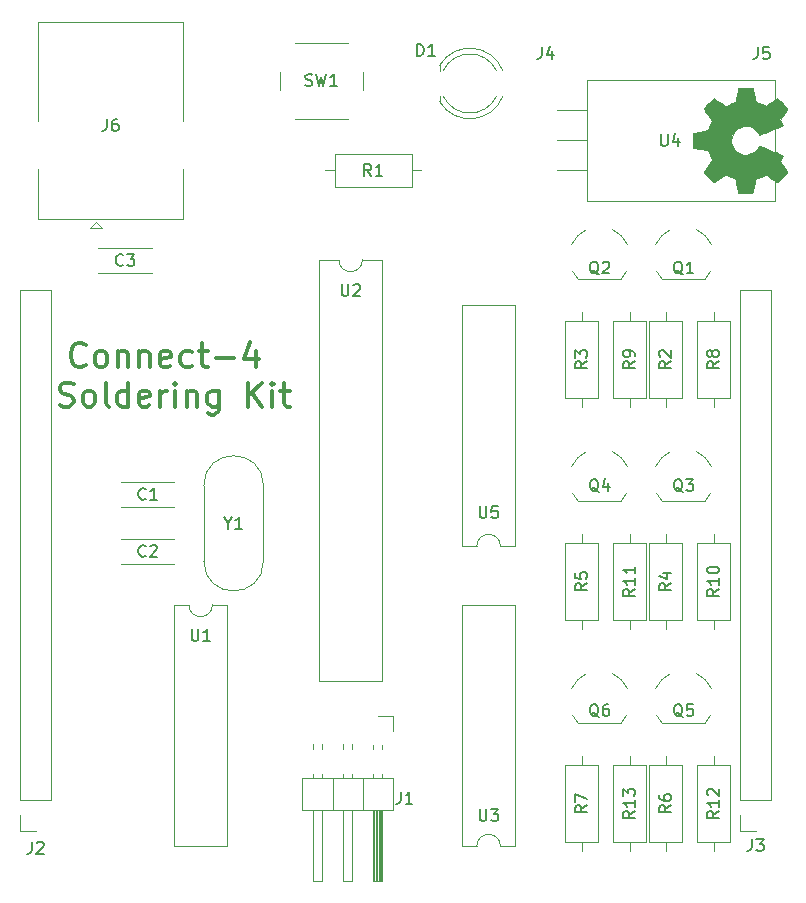
<source format=gbr>
G04 #@! TF.GenerationSoftware,KiCad,Pcbnew,(5.1.5)-3*
G04 #@! TF.CreationDate,2020-04-21T16:30:52-04:00*
G04 #@! TF.ProjectId,PCB,5043422e-6b69-4636-9164-5f7063625858,rev?*
G04 #@! TF.SameCoordinates,Original*
G04 #@! TF.FileFunction,Legend,Top*
G04 #@! TF.FilePolarity,Positive*
%FSLAX46Y46*%
G04 Gerber Fmt 4.6, Leading zero omitted, Abs format (unit mm)*
G04 Created by KiCad (PCBNEW (5.1.5)-3) date 2020-04-21 16:30:52*
%MOMM*%
%LPD*%
G04 APERTURE LIST*
%ADD10C,0.300000*%
%ADD11C,0.010000*%
%ADD12C,0.120000*%
%ADD13C,0.150000*%
G04 APERTURE END LIST*
D10*
X108373333Y-106620714D02*
X108276571Y-106717476D01*
X107986285Y-106814238D01*
X107792761Y-106814238D01*
X107502476Y-106717476D01*
X107308952Y-106523952D01*
X107212190Y-106330428D01*
X107115428Y-105943380D01*
X107115428Y-105653095D01*
X107212190Y-105266047D01*
X107308952Y-105072523D01*
X107502476Y-104879000D01*
X107792761Y-104782238D01*
X107986285Y-104782238D01*
X108276571Y-104879000D01*
X108373333Y-104975761D01*
X109534476Y-106814238D02*
X109340952Y-106717476D01*
X109244190Y-106620714D01*
X109147428Y-106427190D01*
X109147428Y-105846619D01*
X109244190Y-105653095D01*
X109340952Y-105556333D01*
X109534476Y-105459571D01*
X109824761Y-105459571D01*
X110018285Y-105556333D01*
X110115047Y-105653095D01*
X110211809Y-105846619D01*
X110211809Y-106427190D01*
X110115047Y-106620714D01*
X110018285Y-106717476D01*
X109824761Y-106814238D01*
X109534476Y-106814238D01*
X111082666Y-105459571D02*
X111082666Y-106814238D01*
X111082666Y-105653095D02*
X111179428Y-105556333D01*
X111372952Y-105459571D01*
X111663238Y-105459571D01*
X111856761Y-105556333D01*
X111953523Y-105749857D01*
X111953523Y-106814238D01*
X112921142Y-105459571D02*
X112921142Y-106814238D01*
X112921142Y-105653095D02*
X113017904Y-105556333D01*
X113211428Y-105459571D01*
X113501714Y-105459571D01*
X113695238Y-105556333D01*
X113792000Y-105749857D01*
X113792000Y-106814238D01*
X115533714Y-106717476D02*
X115340190Y-106814238D01*
X114953142Y-106814238D01*
X114759619Y-106717476D01*
X114662857Y-106523952D01*
X114662857Y-105749857D01*
X114759619Y-105556333D01*
X114953142Y-105459571D01*
X115340190Y-105459571D01*
X115533714Y-105556333D01*
X115630476Y-105749857D01*
X115630476Y-105943380D01*
X114662857Y-106136904D01*
X117372190Y-106717476D02*
X117178666Y-106814238D01*
X116791619Y-106814238D01*
X116598095Y-106717476D01*
X116501333Y-106620714D01*
X116404571Y-106427190D01*
X116404571Y-105846619D01*
X116501333Y-105653095D01*
X116598095Y-105556333D01*
X116791619Y-105459571D01*
X117178666Y-105459571D01*
X117372190Y-105556333D01*
X117952761Y-105459571D02*
X118726857Y-105459571D01*
X118243047Y-104782238D02*
X118243047Y-106523952D01*
X118339809Y-106717476D01*
X118533333Y-106814238D01*
X118726857Y-106814238D01*
X119404190Y-106040142D02*
X120952380Y-106040142D01*
X122790857Y-105459571D02*
X122790857Y-106814238D01*
X122307047Y-104685476D02*
X121823238Y-106136904D01*
X123081142Y-106136904D01*
X106196190Y-110065476D02*
X106486476Y-110162238D01*
X106970285Y-110162238D01*
X107163809Y-110065476D01*
X107260571Y-109968714D01*
X107357333Y-109775190D01*
X107357333Y-109581666D01*
X107260571Y-109388142D01*
X107163809Y-109291380D01*
X106970285Y-109194619D01*
X106583238Y-109097857D01*
X106389714Y-109001095D01*
X106292952Y-108904333D01*
X106196190Y-108710809D01*
X106196190Y-108517285D01*
X106292952Y-108323761D01*
X106389714Y-108227000D01*
X106583238Y-108130238D01*
X107067047Y-108130238D01*
X107357333Y-108227000D01*
X108518476Y-110162238D02*
X108324952Y-110065476D01*
X108228190Y-109968714D01*
X108131428Y-109775190D01*
X108131428Y-109194619D01*
X108228190Y-109001095D01*
X108324952Y-108904333D01*
X108518476Y-108807571D01*
X108808761Y-108807571D01*
X109002285Y-108904333D01*
X109099047Y-109001095D01*
X109195809Y-109194619D01*
X109195809Y-109775190D01*
X109099047Y-109968714D01*
X109002285Y-110065476D01*
X108808761Y-110162238D01*
X108518476Y-110162238D01*
X110356952Y-110162238D02*
X110163428Y-110065476D01*
X110066666Y-109871952D01*
X110066666Y-108130238D01*
X112001904Y-110162238D02*
X112001904Y-108130238D01*
X112001904Y-110065476D02*
X111808380Y-110162238D01*
X111421333Y-110162238D01*
X111227809Y-110065476D01*
X111131047Y-109968714D01*
X111034285Y-109775190D01*
X111034285Y-109194619D01*
X111131047Y-109001095D01*
X111227809Y-108904333D01*
X111421333Y-108807571D01*
X111808380Y-108807571D01*
X112001904Y-108904333D01*
X113743619Y-110065476D02*
X113550095Y-110162238D01*
X113163047Y-110162238D01*
X112969523Y-110065476D01*
X112872761Y-109871952D01*
X112872761Y-109097857D01*
X112969523Y-108904333D01*
X113163047Y-108807571D01*
X113550095Y-108807571D01*
X113743619Y-108904333D01*
X113840380Y-109097857D01*
X113840380Y-109291380D01*
X112872761Y-109484904D01*
X114711238Y-110162238D02*
X114711238Y-108807571D01*
X114711238Y-109194619D02*
X114808000Y-109001095D01*
X114904761Y-108904333D01*
X115098285Y-108807571D01*
X115291809Y-108807571D01*
X115969142Y-110162238D02*
X115969142Y-108807571D01*
X115969142Y-108130238D02*
X115872380Y-108227000D01*
X115969142Y-108323761D01*
X116065904Y-108227000D01*
X115969142Y-108130238D01*
X115969142Y-108323761D01*
X116936761Y-108807571D02*
X116936761Y-110162238D01*
X116936761Y-109001095D02*
X117033523Y-108904333D01*
X117227047Y-108807571D01*
X117517333Y-108807571D01*
X117710857Y-108904333D01*
X117807619Y-109097857D01*
X117807619Y-110162238D01*
X119646095Y-108807571D02*
X119646095Y-110452523D01*
X119549333Y-110646047D01*
X119452571Y-110742809D01*
X119259047Y-110839571D01*
X118968761Y-110839571D01*
X118775238Y-110742809D01*
X119646095Y-110065476D02*
X119452571Y-110162238D01*
X119065523Y-110162238D01*
X118872000Y-110065476D01*
X118775238Y-109968714D01*
X118678476Y-109775190D01*
X118678476Y-109194619D01*
X118775238Y-109001095D01*
X118872000Y-108904333D01*
X119065523Y-108807571D01*
X119452571Y-108807571D01*
X119646095Y-108904333D01*
X122161904Y-110162238D02*
X122161904Y-108130238D01*
X123323047Y-110162238D02*
X122452190Y-109001095D01*
X123323047Y-108130238D02*
X122161904Y-109291380D01*
X124193904Y-110162238D02*
X124193904Y-108807571D01*
X124193904Y-108130238D02*
X124097142Y-108227000D01*
X124193904Y-108323761D01*
X124290666Y-108227000D01*
X124193904Y-108130238D01*
X124193904Y-108323761D01*
X124871238Y-108807571D02*
X125645333Y-108807571D01*
X125161523Y-108130238D02*
X125161523Y-109871952D01*
X125258285Y-110065476D01*
X125451809Y-110162238D01*
X125645333Y-110162238D01*
D11*
G36*
X160430427Y-86883464D02*
G01*
X161027618Y-86770882D01*
X161198865Y-86355469D01*
X161370112Y-85940055D01*
X161031233Y-85441698D01*
X160936877Y-85302131D01*
X160852630Y-85175971D01*
X160782338Y-85069104D01*
X160729847Y-84987417D01*
X160699004Y-84936798D01*
X160692353Y-84923013D01*
X160709458Y-84898179D01*
X160756744Y-84845111D01*
X160828172Y-84769759D01*
X160917700Y-84678070D01*
X161019289Y-84575992D01*
X161126898Y-84469473D01*
X161234487Y-84364463D01*
X161336015Y-84266908D01*
X161425441Y-84182757D01*
X161496726Y-84117959D01*
X161543828Y-84078462D01*
X161559592Y-84069019D01*
X161588653Y-84082608D01*
X161652321Y-84120706D01*
X161744367Y-84179306D01*
X161858564Y-84254402D01*
X161988684Y-84341991D01*
X162062901Y-84392745D01*
X162198422Y-84485254D01*
X162320716Y-84567459D01*
X162423695Y-84635369D01*
X162501273Y-84684999D01*
X162547361Y-84712359D01*
X162557047Y-84716470D01*
X162584574Y-84707150D01*
X162648728Y-84681745D01*
X162740490Y-84644088D01*
X162850839Y-84598013D01*
X162970755Y-84547353D01*
X163091219Y-84495940D01*
X163203209Y-84447610D01*
X163297707Y-84406193D01*
X163365692Y-84375525D01*
X163398143Y-84359438D01*
X163399420Y-84358488D01*
X163405617Y-84333227D01*
X163419440Y-84265954D01*
X163439532Y-84163639D01*
X163464534Y-84033258D01*
X163493086Y-83881783D01*
X163509551Y-83793406D01*
X163540369Y-83631547D01*
X163569694Y-83485350D01*
X163595921Y-83362212D01*
X163617446Y-83269530D01*
X163632665Y-83214698D01*
X163637493Y-83203676D01*
X163670174Y-83192881D01*
X163743985Y-83184170D01*
X163850292Y-83177539D01*
X163980467Y-83172981D01*
X164125876Y-83170490D01*
X164277890Y-83170061D01*
X164427877Y-83171688D01*
X164567206Y-83175364D01*
X164687245Y-83181084D01*
X164779365Y-83188842D01*
X164834932Y-83198631D01*
X164846500Y-83204503D01*
X164860365Y-83239600D01*
X164880188Y-83313971D01*
X164903639Y-83417776D01*
X164928391Y-83541180D01*
X164936398Y-83584258D01*
X164974441Y-83791952D01*
X165005079Y-83956015D01*
X165029529Y-84081869D01*
X165049009Y-84174934D01*
X165064736Y-84240632D01*
X165077928Y-84284382D01*
X165089804Y-84311607D01*
X165101580Y-84327727D01*
X165103908Y-84329982D01*
X165141400Y-84352496D01*
X165214365Y-84386841D01*
X165313867Y-84429588D01*
X165430973Y-84477307D01*
X165556748Y-84526569D01*
X165682257Y-84573944D01*
X165798565Y-84616004D01*
X165896739Y-84649319D01*
X165967843Y-84670458D01*
X166002942Y-84675994D01*
X166004172Y-84675533D01*
X166032861Y-84656776D01*
X166095985Y-84614223D01*
X166186973Y-84552346D01*
X166299255Y-84475617D01*
X166426260Y-84388508D01*
X166462353Y-84363701D01*
X166593203Y-84275247D01*
X166712591Y-84197411D01*
X166813662Y-84134433D01*
X166889559Y-84090554D01*
X166933427Y-84070014D01*
X166938817Y-84069019D01*
X166967144Y-84086277D01*
X167023261Y-84133964D01*
X167101137Y-84205949D01*
X167194740Y-84296102D01*
X167298041Y-84398294D01*
X167405006Y-84506394D01*
X167509606Y-84614271D01*
X167605809Y-84715795D01*
X167687584Y-84804837D01*
X167748900Y-84875266D01*
X167783726Y-84920952D01*
X167789412Y-84933590D01*
X167776020Y-84963008D01*
X167739899Y-85023238D01*
X167687136Y-85104470D01*
X167644667Y-85166969D01*
X167566740Y-85280214D01*
X167474984Y-85414325D01*
X167383375Y-85548844D01*
X167334346Y-85621166D01*
X167168770Y-85865961D01*
X167279875Y-86071449D01*
X167328548Y-86165063D01*
X167366381Y-86244669D01*
X167387958Y-86298532D01*
X167390961Y-86312242D01*
X167368793Y-86328729D01*
X167306149Y-86361254D01*
X167208809Y-86407391D01*
X167082549Y-86464709D01*
X166933150Y-86530783D01*
X166766388Y-86603184D01*
X166588042Y-86679483D01*
X166403891Y-86757253D01*
X166219712Y-86834065D01*
X166041285Y-86907493D01*
X165874387Y-86975107D01*
X165724797Y-87034479D01*
X165598293Y-87083183D01*
X165500654Y-87118789D01*
X165437657Y-87138869D01*
X165416021Y-87142099D01*
X165388424Y-87116503D01*
X165343625Y-87060461D01*
X165290934Y-86985688D01*
X165286765Y-86979412D01*
X165132069Y-86786154D01*
X164951591Y-86630325D01*
X164751102Y-86513275D01*
X164536374Y-86436354D01*
X164313177Y-86400913D01*
X164087281Y-86408302D01*
X163864459Y-86459872D01*
X163650479Y-86556973D01*
X163603664Y-86585541D01*
X163414618Y-86734131D01*
X163262812Y-86909672D01*
X163149034Y-87106089D01*
X163074075Y-87317306D01*
X163038722Y-87537246D01*
X163043767Y-87759836D01*
X163089999Y-87978998D01*
X163178206Y-88188657D01*
X163309179Y-88382738D01*
X163362337Y-88442773D01*
X163528739Y-88595564D01*
X163703912Y-88706902D01*
X163900266Y-88783276D01*
X164094717Y-88825812D01*
X164313342Y-88836313D01*
X164533052Y-88801299D01*
X164746420Y-88724326D01*
X164946022Y-88608952D01*
X165124429Y-88458734D01*
X165274217Y-88277226D01*
X165290006Y-88253372D01*
X165341712Y-88177798D01*
X165386512Y-88120348D01*
X165415117Y-88092882D01*
X165416021Y-88092482D01*
X165446964Y-88098379D01*
X165517191Y-88121754D01*
X165620925Y-88160178D01*
X165752390Y-88211222D01*
X165905807Y-88272457D01*
X166075401Y-88341455D01*
X166255393Y-88415786D01*
X166440008Y-88493021D01*
X166623468Y-88570731D01*
X166799996Y-88646488D01*
X166963814Y-88717862D01*
X167109147Y-88782425D01*
X167230217Y-88837747D01*
X167321247Y-88881399D01*
X167376460Y-88910953D01*
X167390961Y-88922855D01*
X167379669Y-88959222D01*
X167349385Y-89027269D01*
X167305520Y-89115263D01*
X167279875Y-89163649D01*
X167168770Y-89369136D01*
X167334346Y-89613931D01*
X167419170Y-89738893D01*
X167512516Y-89875704D01*
X167600408Y-90003911D01*
X167644667Y-90068128D01*
X167705318Y-90158448D01*
X167753381Y-90234928D01*
X167782770Y-90287592D01*
X167788982Y-90304697D01*
X167772223Y-90329594D01*
X167725436Y-90384694D01*
X167653480Y-90464656D01*
X167561212Y-90564139D01*
X167453490Y-90677799D01*
X167384326Y-90749684D01*
X167260757Y-90875448D01*
X167150234Y-90984136D01*
X167057485Y-91071354D01*
X166987237Y-91132710D01*
X166944220Y-91163808D01*
X166935490Y-91166791D01*
X166902284Y-91152946D01*
X166835142Y-91114687D01*
X166740863Y-91056258D01*
X166626245Y-90981902D01*
X166498083Y-90895864D01*
X166462353Y-90871397D01*
X166332489Y-90782245D01*
X166215569Y-90702261D01*
X166118162Y-90635919D01*
X166046839Y-90587688D01*
X166008170Y-90562042D01*
X166004172Y-90559564D01*
X165973355Y-90563270D01*
X165905599Y-90582938D01*
X165809839Y-90615139D01*
X165695009Y-90656444D01*
X165570044Y-90703424D01*
X165443879Y-90752650D01*
X165325448Y-90800691D01*
X165223685Y-90844118D01*
X165147526Y-90879503D01*
X165105904Y-90903415D01*
X165103908Y-90905115D01*
X165092013Y-90919737D01*
X165080250Y-90944434D01*
X165067401Y-90984627D01*
X165052249Y-91045736D01*
X165033576Y-91133182D01*
X165010165Y-91252387D01*
X164980797Y-91408772D01*
X164944255Y-91607756D01*
X164936398Y-91650839D01*
X164911727Y-91778529D01*
X164887593Y-91889846D01*
X164866324Y-91974954D01*
X164850248Y-92024016D01*
X164846500Y-92030594D01*
X164813273Y-92041435D01*
X164739021Y-92050246D01*
X164632376Y-92057023D01*
X164501967Y-92061759D01*
X164356427Y-92064449D01*
X164204386Y-92065086D01*
X164054476Y-92063665D01*
X163915328Y-92060179D01*
X163795572Y-92054623D01*
X163703841Y-92046991D01*
X163648766Y-92037277D01*
X163637493Y-92031421D01*
X163626123Y-91998819D01*
X163607624Y-91924581D01*
X163583602Y-91816103D01*
X163555662Y-91680782D01*
X163525408Y-91526014D01*
X163509551Y-91441692D01*
X163479644Y-91281703D01*
X163452550Y-91139032D01*
X163429631Y-91020651D01*
X163412243Y-90933534D01*
X163401747Y-90884654D01*
X163399420Y-90876609D01*
X163373186Y-90863012D01*
X163309995Y-90834270D01*
X163218877Y-90794214D01*
X163108857Y-90746675D01*
X162988965Y-90695484D01*
X162868227Y-90644473D01*
X162755671Y-90597473D01*
X162660326Y-90558315D01*
X162591217Y-90530830D01*
X162557374Y-90518850D01*
X162555895Y-90518627D01*
X162529197Y-90532208D01*
X162467760Y-90570284D01*
X162377689Y-90628852D01*
X162265090Y-90703911D01*
X162136070Y-90791459D01*
X162061961Y-90842352D01*
X161926077Y-90935090D01*
X161802709Y-91017458D01*
X161698097Y-91085438D01*
X161618483Y-91135011D01*
X161570107Y-91162157D01*
X161559262Y-91166078D01*
X161534020Y-91149224D01*
X161480124Y-91102631D01*
X161403613Y-91032251D01*
X161310523Y-90944034D01*
X161206895Y-90843934D01*
X161098764Y-90737901D01*
X160992170Y-90631888D01*
X160893150Y-90531847D01*
X160807742Y-90443729D01*
X160741985Y-90373486D01*
X160701916Y-90327071D01*
X160692353Y-90311543D01*
X160705800Y-90286260D01*
X160743575Y-90225788D01*
X160801835Y-90136007D01*
X160876734Y-90022796D01*
X160964425Y-89892036D01*
X161031233Y-89793400D01*
X161370112Y-89295042D01*
X161198865Y-88879629D01*
X161027618Y-88464215D01*
X160430427Y-88351633D01*
X159833235Y-88239050D01*
X159833235Y-86996047D01*
X160430427Y-86883464D01*
G37*
X160430427Y-86883464D02*
X161027618Y-86770882D01*
X161198865Y-86355469D01*
X161370112Y-85940055D01*
X161031233Y-85441698D01*
X160936877Y-85302131D01*
X160852630Y-85175971D01*
X160782338Y-85069104D01*
X160729847Y-84987417D01*
X160699004Y-84936798D01*
X160692353Y-84923013D01*
X160709458Y-84898179D01*
X160756744Y-84845111D01*
X160828172Y-84769759D01*
X160917700Y-84678070D01*
X161019289Y-84575992D01*
X161126898Y-84469473D01*
X161234487Y-84364463D01*
X161336015Y-84266908D01*
X161425441Y-84182757D01*
X161496726Y-84117959D01*
X161543828Y-84078462D01*
X161559592Y-84069019D01*
X161588653Y-84082608D01*
X161652321Y-84120706D01*
X161744367Y-84179306D01*
X161858564Y-84254402D01*
X161988684Y-84341991D01*
X162062901Y-84392745D01*
X162198422Y-84485254D01*
X162320716Y-84567459D01*
X162423695Y-84635369D01*
X162501273Y-84684999D01*
X162547361Y-84712359D01*
X162557047Y-84716470D01*
X162584574Y-84707150D01*
X162648728Y-84681745D01*
X162740490Y-84644088D01*
X162850839Y-84598013D01*
X162970755Y-84547353D01*
X163091219Y-84495940D01*
X163203209Y-84447610D01*
X163297707Y-84406193D01*
X163365692Y-84375525D01*
X163398143Y-84359438D01*
X163399420Y-84358488D01*
X163405617Y-84333227D01*
X163419440Y-84265954D01*
X163439532Y-84163639D01*
X163464534Y-84033258D01*
X163493086Y-83881783D01*
X163509551Y-83793406D01*
X163540369Y-83631547D01*
X163569694Y-83485350D01*
X163595921Y-83362212D01*
X163617446Y-83269530D01*
X163632665Y-83214698D01*
X163637493Y-83203676D01*
X163670174Y-83192881D01*
X163743985Y-83184170D01*
X163850292Y-83177539D01*
X163980467Y-83172981D01*
X164125876Y-83170490D01*
X164277890Y-83170061D01*
X164427877Y-83171688D01*
X164567206Y-83175364D01*
X164687245Y-83181084D01*
X164779365Y-83188842D01*
X164834932Y-83198631D01*
X164846500Y-83204503D01*
X164860365Y-83239600D01*
X164880188Y-83313971D01*
X164903639Y-83417776D01*
X164928391Y-83541180D01*
X164936398Y-83584258D01*
X164974441Y-83791952D01*
X165005079Y-83956015D01*
X165029529Y-84081869D01*
X165049009Y-84174934D01*
X165064736Y-84240632D01*
X165077928Y-84284382D01*
X165089804Y-84311607D01*
X165101580Y-84327727D01*
X165103908Y-84329982D01*
X165141400Y-84352496D01*
X165214365Y-84386841D01*
X165313867Y-84429588D01*
X165430973Y-84477307D01*
X165556748Y-84526569D01*
X165682257Y-84573944D01*
X165798565Y-84616004D01*
X165896739Y-84649319D01*
X165967843Y-84670458D01*
X166002942Y-84675994D01*
X166004172Y-84675533D01*
X166032861Y-84656776D01*
X166095985Y-84614223D01*
X166186973Y-84552346D01*
X166299255Y-84475617D01*
X166426260Y-84388508D01*
X166462353Y-84363701D01*
X166593203Y-84275247D01*
X166712591Y-84197411D01*
X166813662Y-84134433D01*
X166889559Y-84090554D01*
X166933427Y-84070014D01*
X166938817Y-84069019D01*
X166967144Y-84086277D01*
X167023261Y-84133964D01*
X167101137Y-84205949D01*
X167194740Y-84296102D01*
X167298041Y-84398294D01*
X167405006Y-84506394D01*
X167509606Y-84614271D01*
X167605809Y-84715795D01*
X167687584Y-84804837D01*
X167748900Y-84875266D01*
X167783726Y-84920952D01*
X167789412Y-84933590D01*
X167776020Y-84963008D01*
X167739899Y-85023238D01*
X167687136Y-85104470D01*
X167644667Y-85166969D01*
X167566740Y-85280214D01*
X167474984Y-85414325D01*
X167383375Y-85548844D01*
X167334346Y-85621166D01*
X167168770Y-85865961D01*
X167279875Y-86071449D01*
X167328548Y-86165063D01*
X167366381Y-86244669D01*
X167387958Y-86298532D01*
X167390961Y-86312242D01*
X167368793Y-86328729D01*
X167306149Y-86361254D01*
X167208809Y-86407391D01*
X167082549Y-86464709D01*
X166933150Y-86530783D01*
X166766388Y-86603184D01*
X166588042Y-86679483D01*
X166403891Y-86757253D01*
X166219712Y-86834065D01*
X166041285Y-86907493D01*
X165874387Y-86975107D01*
X165724797Y-87034479D01*
X165598293Y-87083183D01*
X165500654Y-87118789D01*
X165437657Y-87138869D01*
X165416021Y-87142099D01*
X165388424Y-87116503D01*
X165343625Y-87060461D01*
X165290934Y-86985688D01*
X165286765Y-86979412D01*
X165132069Y-86786154D01*
X164951591Y-86630325D01*
X164751102Y-86513275D01*
X164536374Y-86436354D01*
X164313177Y-86400913D01*
X164087281Y-86408302D01*
X163864459Y-86459872D01*
X163650479Y-86556973D01*
X163603664Y-86585541D01*
X163414618Y-86734131D01*
X163262812Y-86909672D01*
X163149034Y-87106089D01*
X163074075Y-87317306D01*
X163038722Y-87537246D01*
X163043767Y-87759836D01*
X163089999Y-87978998D01*
X163178206Y-88188657D01*
X163309179Y-88382738D01*
X163362337Y-88442773D01*
X163528739Y-88595564D01*
X163703912Y-88706902D01*
X163900266Y-88783276D01*
X164094717Y-88825812D01*
X164313342Y-88836313D01*
X164533052Y-88801299D01*
X164746420Y-88724326D01*
X164946022Y-88608952D01*
X165124429Y-88458734D01*
X165274217Y-88277226D01*
X165290006Y-88253372D01*
X165341712Y-88177798D01*
X165386512Y-88120348D01*
X165415117Y-88092882D01*
X165416021Y-88092482D01*
X165446964Y-88098379D01*
X165517191Y-88121754D01*
X165620925Y-88160178D01*
X165752390Y-88211222D01*
X165905807Y-88272457D01*
X166075401Y-88341455D01*
X166255393Y-88415786D01*
X166440008Y-88493021D01*
X166623468Y-88570731D01*
X166799996Y-88646488D01*
X166963814Y-88717862D01*
X167109147Y-88782425D01*
X167230217Y-88837747D01*
X167321247Y-88881399D01*
X167376460Y-88910953D01*
X167390961Y-88922855D01*
X167379669Y-88959222D01*
X167349385Y-89027269D01*
X167305520Y-89115263D01*
X167279875Y-89163649D01*
X167168770Y-89369136D01*
X167334346Y-89613931D01*
X167419170Y-89738893D01*
X167512516Y-89875704D01*
X167600408Y-90003911D01*
X167644667Y-90068128D01*
X167705318Y-90158448D01*
X167753381Y-90234928D01*
X167782770Y-90287592D01*
X167788982Y-90304697D01*
X167772223Y-90329594D01*
X167725436Y-90384694D01*
X167653480Y-90464656D01*
X167561212Y-90564139D01*
X167453490Y-90677799D01*
X167384326Y-90749684D01*
X167260757Y-90875448D01*
X167150234Y-90984136D01*
X167057485Y-91071354D01*
X166987237Y-91132710D01*
X166944220Y-91163808D01*
X166935490Y-91166791D01*
X166902284Y-91152946D01*
X166835142Y-91114687D01*
X166740863Y-91056258D01*
X166626245Y-90981902D01*
X166498083Y-90895864D01*
X166462353Y-90871397D01*
X166332489Y-90782245D01*
X166215569Y-90702261D01*
X166118162Y-90635919D01*
X166046839Y-90587688D01*
X166008170Y-90562042D01*
X166004172Y-90559564D01*
X165973355Y-90563270D01*
X165905599Y-90582938D01*
X165809839Y-90615139D01*
X165695009Y-90656444D01*
X165570044Y-90703424D01*
X165443879Y-90752650D01*
X165325448Y-90800691D01*
X165223685Y-90844118D01*
X165147526Y-90879503D01*
X165105904Y-90903415D01*
X165103908Y-90905115D01*
X165092013Y-90919737D01*
X165080250Y-90944434D01*
X165067401Y-90984627D01*
X165052249Y-91045736D01*
X165033576Y-91133182D01*
X165010165Y-91252387D01*
X164980797Y-91408772D01*
X164944255Y-91607756D01*
X164936398Y-91650839D01*
X164911727Y-91778529D01*
X164887593Y-91889846D01*
X164866324Y-91974954D01*
X164850248Y-92024016D01*
X164846500Y-92030594D01*
X164813273Y-92041435D01*
X164739021Y-92050246D01*
X164632376Y-92057023D01*
X164501967Y-92061759D01*
X164356427Y-92064449D01*
X164204386Y-92065086D01*
X164054476Y-92063665D01*
X163915328Y-92060179D01*
X163795572Y-92054623D01*
X163703841Y-92046991D01*
X163648766Y-92037277D01*
X163637493Y-92031421D01*
X163626123Y-91998819D01*
X163607624Y-91924581D01*
X163583602Y-91816103D01*
X163555662Y-91680782D01*
X163525408Y-91526014D01*
X163509551Y-91441692D01*
X163479644Y-91281703D01*
X163452550Y-91139032D01*
X163429631Y-91020651D01*
X163412243Y-90933534D01*
X163401747Y-90884654D01*
X163399420Y-90876609D01*
X163373186Y-90863012D01*
X163309995Y-90834270D01*
X163218877Y-90794214D01*
X163108857Y-90746675D01*
X162988965Y-90695484D01*
X162868227Y-90644473D01*
X162755671Y-90597473D01*
X162660326Y-90558315D01*
X162591217Y-90530830D01*
X162557374Y-90518850D01*
X162555895Y-90518627D01*
X162529197Y-90532208D01*
X162467760Y-90570284D01*
X162377689Y-90628852D01*
X162265090Y-90703911D01*
X162136070Y-90791459D01*
X162061961Y-90842352D01*
X161926077Y-90935090D01*
X161802709Y-91017458D01*
X161698097Y-91085438D01*
X161618483Y-91135011D01*
X161570107Y-91162157D01*
X161559262Y-91166078D01*
X161534020Y-91149224D01*
X161480124Y-91102631D01*
X161403613Y-91032251D01*
X161310523Y-90944034D01*
X161206895Y-90843934D01*
X161098764Y-90737901D01*
X160992170Y-90631888D01*
X160893150Y-90531847D01*
X160807742Y-90443729D01*
X160741985Y-90373486D01*
X160701916Y-90327071D01*
X160692353Y-90311543D01*
X160705800Y-90286260D01*
X160743575Y-90225788D01*
X160801835Y-90136007D01*
X160876734Y-90022796D01*
X160964425Y-89892036D01*
X161031233Y-89793400D01*
X161370112Y-89295042D01*
X161198865Y-88879629D01*
X161027618Y-88464215D01*
X160430427Y-88351633D01*
X159833235Y-88239050D01*
X159833235Y-86996047D01*
X160430427Y-86883464D01*
D12*
X150860000Y-82510000D02*
X150860000Y-92750000D01*
X166750000Y-82510000D02*
X166750000Y-92750000D01*
X166750000Y-82510000D02*
X150860000Y-82510000D01*
X166750000Y-92750000D02*
X150860000Y-92750000D01*
X150860000Y-85090000D02*
X148320000Y-85090000D01*
X150860000Y-87630000D02*
X148320000Y-87630000D01*
X150860000Y-90170000D02*
X148320000Y-90170000D01*
X154216184Y-136250795D02*
G75*
G02X153692000Y-136978000I-2324184J1122795D01*
G01*
X154247457Y-134029629D02*
G75*
G03X153002000Y-132778000I-2355457J-1098371D01*
G01*
X149524801Y-134024158D02*
G75*
G02X150752000Y-132778000I2367199J-1103842D01*
G01*
X149567816Y-136250795D02*
G75*
G03X150092000Y-136978000I2324184J1122795D01*
G01*
X150092000Y-136978000D02*
X153692000Y-136978000D01*
X161328184Y-136250795D02*
G75*
G02X160804000Y-136978000I-2324184J1122795D01*
G01*
X161359457Y-134029629D02*
G75*
G03X160114000Y-132778000I-2355457J-1098371D01*
G01*
X156636801Y-134024158D02*
G75*
G02X157864000Y-132778000I2367199J-1103842D01*
G01*
X156679816Y-136250795D02*
G75*
G03X157204000Y-136978000I2324184J1122795D01*
G01*
X157204000Y-136978000D02*
X160804000Y-136978000D01*
X154216184Y-117454795D02*
G75*
G02X153692000Y-118182000I-2324184J1122795D01*
G01*
X154247457Y-115233629D02*
G75*
G03X153002000Y-113982000I-2355457J-1098371D01*
G01*
X149524801Y-115228158D02*
G75*
G02X150752000Y-113982000I2367199J-1103842D01*
G01*
X149567816Y-117454795D02*
G75*
G03X150092000Y-118182000I2324184J1122795D01*
G01*
X150092000Y-118182000D02*
X153692000Y-118182000D01*
X161328184Y-117454795D02*
G75*
G02X160804000Y-118182000I-2324184J1122795D01*
G01*
X161359457Y-115233629D02*
G75*
G03X160114000Y-113982000I-2355457J-1098371D01*
G01*
X156636801Y-115228158D02*
G75*
G02X157864000Y-113982000I2367199J-1103842D01*
G01*
X156679816Y-117454795D02*
G75*
G03X157204000Y-118182000I2324184J1122795D01*
G01*
X157204000Y-118182000D02*
X160804000Y-118182000D01*
X154216184Y-98658795D02*
G75*
G02X153692000Y-99386000I-2324184J1122795D01*
G01*
X154247457Y-96437629D02*
G75*
G03X153002000Y-95186000I-2355457J-1098371D01*
G01*
X149524801Y-96432158D02*
G75*
G02X150752000Y-95186000I2367199J-1103842D01*
G01*
X149567816Y-98658795D02*
G75*
G03X150092000Y-99386000I2324184J1122795D01*
G01*
X150092000Y-99386000D02*
X153692000Y-99386000D01*
X161328184Y-98658795D02*
G75*
G02X160804000Y-99386000I-2324184J1122795D01*
G01*
X161359457Y-96437629D02*
G75*
G03X160114000Y-95186000I-2355457J-1098371D01*
G01*
X156636801Y-96432158D02*
G75*
G02X157864000Y-95186000I2367199J-1103842D01*
G01*
X156679816Y-98658795D02*
G75*
G03X157204000Y-99386000I2324184J1122795D01*
G01*
X157204000Y-99386000D02*
X160804000Y-99386000D01*
X154432000Y-139724000D02*
X154432000Y-140494000D01*
X154432000Y-147804000D02*
X154432000Y-147034000D01*
X153062000Y-140494000D02*
X153062000Y-147034000D01*
X155802000Y-140494000D02*
X153062000Y-140494000D01*
X155802000Y-147034000D02*
X155802000Y-140494000D01*
X153062000Y-147034000D02*
X155802000Y-147034000D01*
X161544000Y-139724000D02*
X161544000Y-140494000D01*
X161544000Y-147804000D02*
X161544000Y-147034000D01*
X160174000Y-140494000D02*
X160174000Y-147034000D01*
X162914000Y-140494000D02*
X160174000Y-140494000D01*
X162914000Y-147034000D02*
X162914000Y-140494000D01*
X160174000Y-147034000D02*
X162914000Y-147034000D01*
X154432000Y-120928000D02*
X154432000Y-121698000D01*
X154432000Y-129008000D02*
X154432000Y-128238000D01*
X153062000Y-121698000D02*
X153062000Y-128238000D01*
X155802000Y-121698000D02*
X153062000Y-121698000D01*
X155802000Y-128238000D02*
X155802000Y-121698000D01*
X153062000Y-128238000D02*
X155802000Y-128238000D01*
X161544000Y-120928000D02*
X161544000Y-121698000D01*
X161544000Y-129008000D02*
X161544000Y-128238000D01*
X160174000Y-121698000D02*
X160174000Y-128238000D01*
X162914000Y-121698000D02*
X160174000Y-121698000D01*
X162914000Y-128238000D02*
X162914000Y-121698000D01*
X160174000Y-128238000D02*
X162914000Y-128238000D01*
X154432000Y-102132000D02*
X154432000Y-102902000D01*
X154432000Y-110212000D02*
X154432000Y-109442000D01*
X153062000Y-102902000D02*
X153062000Y-109442000D01*
X155802000Y-102902000D02*
X153062000Y-102902000D01*
X155802000Y-109442000D02*
X155802000Y-102902000D01*
X153062000Y-109442000D02*
X155802000Y-109442000D01*
X161544000Y-102132000D02*
X161544000Y-102902000D01*
X161544000Y-110212000D02*
X161544000Y-109442000D01*
X160174000Y-102902000D02*
X160174000Y-109442000D01*
X162914000Y-102902000D02*
X160174000Y-102902000D01*
X162914000Y-109442000D02*
X162914000Y-102902000D01*
X160174000Y-109442000D02*
X162914000Y-109442000D01*
X134366000Y-136398000D02*
X134366000Y-137668000D01*
X133096000Y-136398000D02*
X134366000Y-136398000D01*
X127636000Y-138710929D02*
X127636000Y-139165071D01*
X128396000Y-138710929D02*
X128396000Y-139165071D01*
X127636000Y-141250929D02*
X127636000Y-141648000D01*
X128396000Y-141250929D02*
X128396000Y-141648000D01*
X127636000Y-150308000D02*
X127636000Y-144308000D01*
X128396000Y-150308000D02*
X127636000Y-150308000D01*
X128396000Y-144308000D02*
X128396000Y-150308000D01*
X129286000Y-141648000D02*
X129286000Y-144308000D01*
X130176000Y-138710929D02*
X130176000Y-139165071D01*
X130936000Y-138710929D02*
X130936000Y-139165071D01*
X130176000Y-141250929D02*
X130176000Y-141648000D01*
X130936000Y-141250929D02*
X130936000Y-141648000D01*
X130176000Y-150308000D02*
X130176000Y-144308000D01*
X130936000Y-150308000D02*
X130176000Y-150308000D01*
X130936000Y-144308000D02*
X130936000Y-150308000D01*
X131826000Y-141648000D02*
X131826000Y-144308000D01*
X132716000Y-138778000D02*
X132716000Y-139165071D01*
X133476000Y-138778000D02*
X133476000Y-139165071D01*
X132716000Y-141250929D02*
X132716000Y-141648000D01*
X133476000Y-141250929D02*
X133476000Y-141648000D01*
X132816000Y-144308000D02*
X132816000Y-150308000D01*
X132936000Y-144308000D02*
X132936000Y-150308000D01*
X133056000Y-144308000D02*
X133056000Y-150308000D01*
X133176000Y-144308000D02*
X133176000Y-150308000D01*
X133296000Y-144308000D02*
X133296000Y-150308000D01*
X133416000Y-144308000D02*
X133416000Y-150308000D01*
X132716000Y-150308000D02*
X132716000Y-144308000D01*
X133476000Y-150308000D02*
X132716000Y-150308000D01*
X133476000Y-144308000D02*
X133476000Y-150308000D01*
X134426000Y-144308000D02*
X134426000Y-141648000D01*
X126686000Y-144308000D02*
X134426000Y-144308000D01*
X126686000Y-141648000D02*
X126686000Y-144308000D01*
X134426000Y-141648000D02*
X126686000Y-141648000D01*
X124822000Y-81836000D02*
X124822000Y-83336000D01*
X126072000Y-85836000D02*
X130572000Y-85836000D01*
X131822000Y-83336000D02*
X131822000Y-81836000D01*
X130572000Y-79336000D02*
X126072000Y-79336000D01*
X128675000Y-90170000D02*
X129445000Y-90170000D01*
X136755000Y-90170000D02*
X135985000Y-90170000D01*
X129445000Y-91540000D02*
X135985000Y-91540000D01*
X129445000Y-88800000D02*
X129445000Y-91540000D01*
X135985000Y-88800000D02*
X129445000Y-88800000D01*
X135985000Y-91540000D02*
X135985000Y-88800000D01*
X109720000Y-95030000D02*
X109220000Y-94530000D01*
X108720000Y-95030000D02*
X109720000Y-95030000D01*
X109220000Y-94530000D02*
X108720000Y-95030000D01*
X116630000Y-77590000D02*
X116630000Y-85950000D01*
X104310000Y-77590000D02*
X116630000Y-77590000D01*
X104310000Y-85950000D02*
X104310000Y-77590000D01*
X116630000Y-94310000D02*
X116630000Y-90050000D01*
X104310000Y-94310000D02*
X116630000Y-94310000D01*
X104310000Y-90050000D02*
X104310000Y-94310000D01*
X138346500Y-83884000D02*
X138346500Y-84349000D01*
X138346500Y-81259000D02*
X138346500Y-81724000D01*
X143160979Y-83884429D02*
G75*
G02X138651816Y-83884000I-2254479J1080429D01*
G01*
X143160979Y-81723571D02*
G75*
G03X138651816Y-81724000I-2254479J-1080429D01*
G01*
X143694315Y-83884827D02*
G75*
G02X138346500Y-84348830I-2787815J1080827D01*
G01*
X143694315Y-81723173D02*
G75*
G03X138346500Y-81259170I-2787815J-1080827D01*
G01*
X118379000Y-123242000D02*
G75*
G03X123429000Y-123242000I2525000J0D01*
G01*
X118379000Y-116842000D02*
G75*
G02X123429000Y-116842000I2525000J0D01*
G01*
X118379000Y-116842000D02*
X118379000Y-123242000D01*
X123429000Y-116842000D02*
X123429000Y-123242000D01*
X166430000Y-143510000D02*
X163770000Y-143510000D01*
X166430000Y-143510000D02*
X166430000Y-100270000D01*
X166430000Y-100270000D02*
X163770000Y-100270000D01*
X163770000Y-143510000D02*
X163770000Y-100270000D01*
X163770000Y-146110000D02*
X163770000Y-144780000D01*
X165100000Y-146110000D02*
X163770000Y-146110000D01*
X105470000Y-143510000D02*
X102810000Y-143510000D01*
X105470000Y-143510000D02*
X105470000Y-100270000D01*
X105470000Y-100270000D02*
X102810000Y-100270000D01*
X102810000Y-143510000D02*
X102810000Y-100270000D01*
X102810000Y-146110000D02*
X102810000Y-144780000D01*
X104140000Y-146110000D02*
X102810000Y-146110000D01*
X120360000Y-126940000D02*
X119110000Y-126940000D01*
X120360000Y-147380000D02*
X120360000Y-126940000D01*
X115860000Y-147380000D02*
X120360000Y-147380000D01*
X115860000Y-126940000D02*
X115860000Y-147380000D01*
X117110000Y-126940000D02*
X115860000Y-126940000D01*
X119110000Y-126940000D02*
G75*
G02X117110000Y-126940000I-1000000J0D01*
G01*
X133460000Y-97730000D02*
X131810000Y-97730000D01*
X133460000Y-133410000D02*
X133460000Y-97730000D01*
X128160000Y-133410000D02*
X133460000Y-133410000D01*
X128160000Y-97730000D02*
X128160000Y-133410000D01*
X129810000Y-97730000D02*
X128160000Y-97730000D01*
X131810000Y-97730000D02*
G75*
G02X129810000Y-97730000I-1000000J0D01*
G01*
X150368000Y-147804000D02*
X150368000Y-147034000D01*
X150368000Y-139724000D02*
X150368000Y-140494000D01*
X151738000Y-147034000D02*
X151738000Y-140494000D01*
X148998000Y-147034000D02*
X151738000Y-147034000D01*
X148998000Y-140494000D02*
X148998000Y-147034000D01*
X151738000Y-140494000D02*
X148998000Y-140494000D01*
X113990000Y-98845000D02*
X113990000Y-98860000D01*
X113990000Y-96720000D02*
X113990000Y-96735000D01*
X109450000Y-98845000D02*
X109450000Y-98860000D01*
X109450000Y-96720000D02*
X109450000Y-96735000D01*
X109450000Y-98860000D02*
X113990000Y-98860000D01*
X109450000Y-96720000D02*
X113990000Y-96720000D01*
X115895000Y-123483000D02*
X115895000Y-123498000D01*
X115895000Y-121358000D02*
X115895000Y-121373000D01*
X111355000Y-123483000D02*
X111355000Y-123498000D01*
X111355000Y-121358000D02*
X111355000Y-121373000D01*
X111355000Y-123498000D02*
X115895000Y-123498000D01*
X111355000Y-121358000D02*
X115895000Y-121358000D01*
X115895000Y-118657000D02*
X115895000Y-118672000D01*
X115895000Y-116532000D02*
X115895000Y-116547000D01*
X111355000Y-118657000D02*
X111355000Y-118672000D01*
X111355000Y-116532000D02*
X111355000Y-116547000D01*
X111355000Y-118672000D02*
X115895000Y-118672000D01*
X111355000Y-116532000D02*
X115895000Y-116532000D01*
X140244000Y-121980000D02*
X141494000Y-121980000D01*
X140244000Y-101540000D02*
X140244000Y-121980000D01*
X144744000Y-101540000D02*
X140244000Y-101540000D01*
X144744000Y-121980000D02*
X144744000Y-101540000D01*
X143494000Y-121980000D02*
X144744000Y-121980000D01*
X141494000Y-121980000D02*
G75*
G02X143494000Y-121980000I1000000J0D01*
G01*
X140244000Y-147380000D02*
X141494000Y-147380000D01*
X140244000Y-126940000D02*
X140244000Y-147380000D01*
X144744000Y-126940000D02*
X140244000Y-126940000D01*
X144744000Y-147380000D02*
X144744000Y-126940000D01*
X143494000Y-147380000D02*
X144744000Y-147380000D01*
X141494000Y-147380000D02*
G75*
G02X143494000Y-147380000I1000000J0D01*
G01*
X157480000Y-147804000D02*
X157480000Y-147034000D01*
X157480000Y-139724000D02*
X157480000Y-140494000D01*
X158850000Y-147034000D02*
X158850000Y-140494000D01*
X156110000Y-147034000D02*
X158850000Y-147034000D01*
X156110000Y-140494000D02*
X156110000Y-147034000D01*
X158850000Y-140494000D02*
X156110000Y-140494000D01*
X150368000Y-129008000D02*
X150368000Y-128238000D01*
X150368000Y-120928000D02*
X150368000Y-121698000D01*
X151738000Y-128238000D02*
X151738000Y-121698000D01*
X148998000Y-128238000D02*
X151738000Y-128238000D01*
X148998000Y-121698000D02*
X148998000Y-128238000D01*
X151738000Y-121698000D02*
X148998000Y-121698000D01*
X157480000Y-129008000D02*
X157480000Y-128238000D01*
X157480000Y-120928000D02*
X157480000Y-121698000D01*
X158850000Y-128238000D02*
X158850000Y-121698000D01*
X156110000Y-128238000D02*
X158850000Y-128238000D01*
X156110000Y-121698000D02*
X156110000Y-128238000D01*
X158850000Y-121698000D02*
X156110000Y-121698000D01*
X150368000Y-110212000D02*
X150368000Y-109442000D01*
X150368000Y-102132000D02*
X150368000Y-102902000D01*
X151738000Y-109442000D02*
X151738000Y-102902000D01*
X148998000Y-109442000D02*
X151738000Y-109442000D01*
X148998000Y-102902000D02*
X148998000Y-109442000D01*
X151738000Y-102902000D02*
X148998000Y-102902000D01*
X157480000Y-110212000D02*
X157480000Y-109442000D01*
X157480000Y-102132000D02*
X157480000Y-102902000D01*
X158850000Y-109442000D02*
X158850000Y-102902000D01*
X156110000Y-109442000D02*
X158850000Y-109442000D01*
X156110000Y-102902000D02*
X156110000Y-109442000D01*
X158850000Y-102902000D02*
X156110000Y-102902000D01*
D13*
X157076095Y-87082380D02*
X157076095Y-87891904D01*
X157123714Y-87987142D01*
X157171333Y-88034761D01*
X157266571Y-88082380D01*
X157457047Y-88082380D01*
X157552285Y-88034761D01*
X157599904Y-87987142D01*
X157647523Y-87891904D01*
X157647523Y-87082380D01*
X158552285Y-87415714D02*
X158552285Y-88082380D01*
X158314190Y-87034761D02*
X158076095Y-87749047D01*
X158695142Y-87749047D01*
X151806761Y-136437619D02*
X151711523Y-136390000D01*
X151616285Y-136294761D01*
X151473428Y-136151904D01*
X151378190Y-136104285D01*
X151282952Y-136104285D01*
X151330571Y-136342380D02*
X151235333Y-136294761D01*
X151140095Y-136199523D01*
X151092476Y-136009047D01*
X151092476Y-135675714D01*
X151140095Y-135485238D01*
X151235333Y-135390000D01*
X151330571Y-135342380D01*
X151521047Y-135342380D01*
X151616285Y-135390000D01*
X151711523Y-135485238D01*
X151759142Y-135675714D01*
X151759142Y-136009047D01*
X151711523Y-136199523D01*
X151616285Y-136294761D01*
X151521047Y-136342380D01*
X151330571Y-136342380D01*
X152616285Y-135342380D02*
X152425809Y-135342380D01*
X152330571Y-135390000D01*
X152282952Y-135437619D01*
X152187714Y-135580476D01*
X152140095Y-135770952D01*
X152140095Y-136151904D01*
X152187714Y-136247142D01*
X152235333Y-136294761D01*
X152330571Y-136342380D01*
X152521047Y-136342380D01*
X152616285Y-136294761D01*
X152663904Y-136247142D01*
X152711523Y-136151904D01*
X152711523Y-135913809D01*
X152663904Y-135818571D01*
X152616285Y-135770952D01*
X152521047Y-135723333D01*
X152330571Y-135723333D01*
X152235333Y-135770952D01*
X152187714Y-135818571D01*
X152140095Y-135913809D01*
X158918761Y-136437619D02*
X158823523Y-136390000D01*
X158728285Y-136294761D01*
X158585428Y-136151904D01*
X158490190Y-136104285D01*
X158394952Y-136104285D01*
X158442571Y-136342380D02*
X158347333Y-136294761D01*
X158252095Y-136199523D01*
X158204476Y-136009047D01*
X158204476Y-135675714D01*
X158252095Y-135485238D01*
X158347333Y-135390000D01*
X158442571Y-135342380D01*
X158633047Y-135342380D01*
X158728285Y-135390000D01*
X158823523Y-135485238D01*
X158871142Y-135675714D01*
X158871142Y-136009047D01*
X158823523Y-136199523D01*
X158728285Y-136294761D01*
X158633047Y-136342380D01*
X158442571Y-136342380D01*
X159775904Y-135342380D02*
X159299714Y-135342380D01*
X159252095Y-135818571D01*
X159299714Y-135770952D01*
X159394952Y-135723333D01*
X159633047Y-135723333D01*
X159728285Y-135770952D01*
X159775904Y-135818571D01*
X159823523Y-135913809D01*
X159823523Y-136151904D01*
X159775904Y-136247142D01*
X159728285Y-136294761D01*
X159633047Y-136342380D01*
X159394952Y-136342380D01*
X159299714Y-136294761D01*
X159252095Y-136247142D01*
X151806761Y-117387619D02*
X151711523Y-117340000D01*
X151616285Y-117244761D01*
X151473428Y-117101904D01*
X151378190Y-117054285D01*
X151282952Y-117054285D01*
X151330571Y-117292380D02*
X151235333Y-117244761D01*
X151140095Y-117149523D01*
X151092476Y-116959047D01*
X151092476Y-116625714D01*
X151140095Y-116435238D01*
X151235333Y-116340000D01*
X151330571Y-116292380D01*
X151521047Y-116292380D01*
X151616285Y-116340000D01*
X151711523Y-116435238D01*
X151759142Y-116625714D01*
X151759142Y-116959047D01*
X151711523Y-117149523D01*
X151616285Y-117244761D01*
X151521047Y-117292380D01*
X151330571Y-117292380D01*
X152616285Y-116625714D02*
X152616285Y-117292380D01*
X152378190Y-116244761D02*
X152140095Y-116959047D01*
X152759142Y-116959047D01*
X158918761Y-117387619D02*
X158823523Y-117340000D01*
X158728285Y-117244761D01*
X158585428Y-117101904D01*
X158490190Y-117054285D01*
X158394952Y-117054285D01*
X158442571Y-117292380D02*
X158347333Y-117244761D01*
X158252095Y-117149523D01*
X158204476Y-116959047D01*
X158204476Y-116625714D01*
X158252095Y-116435238D01*
X158347333Y-116340000D01*
X158442571Y-116292380D01*
X158633047Y-116292380D01*
X158728285Y-116340000D01*
X158823523Y-116435238D01*
X158871142Y-116625714D01*
X158871142Y-116959047D01*
X158823523Y-117149523D01*
X158728285Y-117244761D01*
X158633047Y-117292380D01*
X158442571Y-117292380D01*
X159204476Y-116292380D02*
X159823523Y-116292380D01*
X159490190Y-116673333D01*
X159633047Y-116673333D01*
X159728285Y-116720952D01*
X159775904Y-116768571D01*
X159823523Y-116863809D01*
X159823523Y-117101904D01*
X159775904Y-117197142D01*
X159728285Y-117244761D01*
X159633047Y-117292380D01*
X159347333Y-117292380D01*
X159252095Y-117244761D01*
X159204476Y-117197142D01*
X151806761Y-98972619D02*
X151711523Y-98925000D01*
X151616285Y-98829761D01*
X151473428Y-98686904D01*
X151378190Y-98639285D01*
X151282952Y-98639285D01*
X151330571Y-98877380D02*
X151235333Y-98829761D01*
X151140095Y-98734523D01*
X151092476Y-98544047D01*
X151092476Y-98210714D01*
X151140095Y-98020238D01*
X151235333Y-97925000D01*
X151330571Y-97877380D01*
X151521047Y-97877380D01*
X151616285Y-97925000D01*
X151711523Y-98020238D01*
X151759142Y-98210714D01*
X151759142Y-98544047D01*
X151711523Y-98734523D01*
X151616285Y-98829761D01*
X151521047Y-98877380D01*
X151330571Y-98877380D01*
X152140095Y-97972619D02*
X152187714Y-97925000D01*
X152282952Y-97877380D01*
X152521047Y-97877380D01*
X152616285Y-97925000D01*
X152663904Y-97972619D01*
X152711523Y-98067857D01*
X152711523Y-98163095D01*
X152663904Y-98305952D01*
X152092476Y-98877380D01*
X152711523Y-98877380D01*
X158918761Y-98972619D02*
X158823523Y-98925000D01*
X158728285Y-98829761D01*
X158585428Y-98686904D01*
X158490190Y-98639285D01*
X158394952Y-98639285D01*
X158442571Y-98877380D02*
X158347333Y-98829761D01*
X158252095Y-98734523D01*
X158204476Y-98544047D01*
X158204476Y-98210714D01*
X158252095Y-98020238D01*
X158347333Y-97925000D01*
X158442571Y-97877380D01*
X158633047Y-97877380D01*
X158728285Y-97925000D01*
X158823523Y-98020238D01*
X158871142Y-98210714D01*
X158871142Y-98544047D01*
X158823523Y-98734523D01*
X158728285Y-98829761D01*
X158633047Y-98877380D01*
X158442571Y-98877380D01*
X159823523Y-98877380D02*
X159252095Y-98877380D01*
X159537809Y-98877380D02*
X159537809Y-97877380D01*
X159442571Y-98020238D01*
X159347333Y-98115476D01*
X159252095Y-98163095D01*
X154884380Y-144406857D02*
X154408190Y-144740190D01*
X154884380Y-144978285D02*
X153884380Y-144978285D01*
X153884380Y-144597333D01*
X153932000Y-144502095D01*
X153979619Y-144454476D01*
X154074857Y-144406857D01*
X154217714Y-144406857D01*
X154312952Y-144454476D01*
X154360571Y-144502095D01*
X154408190Y-144597333D01*
X154408190Y-144978285D01*
X154884380Y-143454476D02*
X154884380Y-144025904D01*
X154884380Y-143740190D02*
X153884380Y-143740190D01*
X154027238Y-143835428D01*
X154122476Y-143930666D01*
X154170095Y-144025904D01*
X153884380Y-143121142D02*
X153884380Y-142502095D01*
X154265333Y-142835428D01*
X154265333Y-142692571D01*
X154312952Y-142597333D01*
X154360571Y-142549714D01*
X154455809Y-142502095D01*
X154693904Y-142502095D01*
X154789142Y-142549714D01*
X154836761Y-142597333D01*
X154884380Y-142692571D01*
X154884380Y-142978285D01*
X154836761Y-143073523D01*
X154789142Y-143121142D01*
X161996380Y-144406857D02*
X161520190Y-144740190D01*
X161996380Y-144978285D02*
X160996380Y-144978285D01*
X160996380Y-144597333D01*
X161044000Y-144502095D01*
X161091619Y-144454476D01*
X161186857Y-144406857D01*
X161329714Y-144406857D01*
X161424952Y-144454476D01*
X161472571Y-144502095D01*
X161520190Y-144597333D01*
X161520190Y-144978285D01*
X161996380Y-143454476D02*
X161996380Y-144025904D01*
X161996380Y-143740190D02*
X160996380Y-143740190D01*
X161139238Y-143835428D01*
X161234476Y-143930666D01*
X161282095Y-144025904D01*
X161091619Y-143073523D02*
X161044000Y-143025904D01*
X160996380Y-142930666D01*
X160996380Y-142692571D01*
X161044000Y-142597333D01*
X161091619Y-142549714D01*
X161186857Y-142502095D01*
X161282095Y-142502095D01*
X161424952Y-142549714D01*
X161996380Y-143121142D01*
X161996380Y-142502095D01*
X154884380Y-125610857D02*
X154408190Y-125944190D01*
X154884380Y-126182285D02*
X153884380Y-126182285D01*
X153884380Y-125801333D01*
X153932000Y-125706095D01*
X153979619Y-125658476D01*
X154074857Y-125610857D01*
X154217714Y-125610857D01*
X154312952Y-125658476D01*
X154360571Y-125706095D01*
X154408190Y-125801333D01*
X154408190Y-126182285D01*
X154884380Y-124658476D02*
X154884380Y-125229904D01*
X154884380Y-124944190D02*
X153884380Y-124944190D01*
X154027238Y-125039428D01*
X154122476Y-125134666D01*
X154170095Y-125229904D01*
X154884380Y-123706095D02*
X154884380Y-124277523D01*
X154884380Y-123991809D02*
X153884380Y-123991809D01*
X154027238Y-124087047D01*
X154122476Y-124182285D01*
X154170095Y-124277523D01*
X161996380Y-125610857D02*
X161520190Y-125944190D01*
X161996380Y-126182285D02*
X160996380Y-126182285D01*
X160996380Y-125801333D01*
X161044000Y-125706095D01*
X161091619Y-125658476D01*
X161186857Y-125610857D01*
X161329714Y-125610857D01*
X161424952Y-125658476D01*
X161472571Y-125706095D01*
X161520190Y-125801333D01*
X161520190Y-126182285D01*
X161996380Y-124658476D02*
X161996380Y-125229904D01*
X161996380Y-124944190D02*
X160996380Y-124944190D01*
X161139238Y-125039428D01*
X161234476Y-125134666D01*
X161282095Y-125229904D01*
X160996380Y-124039428D02*
X160996380Y-123944190D01*
X161044000Y-123848952D01*
X161091619Y-123801333D01*
X161186857Y-123753714D01*
X161377333Y-123706095D01*
X161615428Y-123706095D01*
X161805904Y-123753714D01*
X161901142Y-123801333D01*
X161948761Y-123848952D01*
X161996380Y-123944190D01*
X161996380Y-124039428D01*
X161948761Y-124134666D01*
X161901142Y-124182285D01*
X161805904Y-124229904D01*
X161615428Y-124277523D01*
X161377333Y-124277523D01*
X161186857Y-124229904D01*
X161091619Y-124182285D01*
X161044000Y-124134666D01*
X160996380Y-124039428D01*
X154884380Y-106338666D02*
X154408190Y-106672000D01*
X154884380Y-106910095D02*
X153884380Y-106910095D01*
X153884380Y-106529142D01*
X153932000Y-106433904D01*
X153979619Y-106386285D01*
X154074857Y-106338666D01*
X154217714Y-106338666D01*
X154312952Y-106386285D01*
X154360571Y-106433904D01*
X154408190Y-106529142D01*
X154408190Y-106910095D01*
X154884380Y-105862476D02*
X154884380Y-105672000D01*
X154836761Y-105576761D01*
X154789142Y-105529142D01*
X154646285Y-105433904D01*
X154455809Y-105386285D01*
X154074857Y-105386285D01*
X153979619Y-105433904D01*
X153932000Y-105481523D01*
X153884380Y-105576761D01*
X153884380Y-105767238D01*
X153932000Y-105862476D01*
X153979619Y-105910095D01*
X154074857Y-105957714D01*
X154312952Y-105957714D01*
X154408190Y-105910095D01*
X154455809Y-105862476D01*
X154503428Y-105767238D01*
X154503428Y-105576761D01*
X154455809Y-105481523D01*
X154408190Y-105433904D01*
X154312952Y-105386285D01*
X161996380Y-106338666D02*
X161520190Y-106672000D01*
X161996380Y-106910095D02*
X160996380Y-106910095D01*
X160996380Y-106529142D01*
X161044000Y-106433904D01*
X161091619Y-106386285D01*
X161186857Y-106338666D01*
X161329714Y-106338666D01*
X161424952Y-106386285D01*
X161472571Y-106433904D01*
X161520190Y-106529142D01*
X161520190Y-106910095D01*
X161424952Y-105767238D02*
X161377333Y-105862476D01*
X161329714Y-105910095D01*
X161234476Y-105957714D01*
X161186857Y-105957714D01*
X161091619Y-105910095D01*
X161044000Y-105862476D01*
X160996380Y-105767238D01*
X160996380Y-105576761D01*
X161044000Y-105481523D01*
X161091619Y-105433904D01*
X161186857Y-105386285D01*
X161234476Y-105386285D01*
X161329714Y-105433904D01*
X161377333Y-105481523D01*
X161424952Y-105576761D01*
X161424952Y-105767238D01*
X161472571Y-105862476D01*
X161520190Y-105910095D01*
X161615428Y-105957714D01*
X161805904Y-105957714D01*
X161901142Y-105910095D01*
X161948761Y-105862476D01*
X161996380Y-105767238D01*
X161996380Y-105576761D01*
X161948761Y-105481523D01*
X161901142Y-105433904D01*
X161805904Y-105386285D01*
X161615428Y-105386285D01*
X161520190Y-105433904D01*
X161472571Y-105481523D01*
X161424952Y-105576761D01*
X135032666Y-142775380D02*
X135032666Y-143489666D01*
X134985047Y-143632523D01*
X134889809Y-143727761D01*
X134746952Y-143775380D01*
X134651714Y-143775380D01*
X136032666Y-143775380D02*
X135461238Y-143775380D01*
X135746952Y-143775380D02*
X135746952Y-142775380D01*
X135651714Y-142918238D01*
X135556476Y-143013476D01*
X135461238Y-143061095D01*
X126988666Y-82954761D02*
X127131523Y-83002380D01*
X127369619Y-83002380D01*
X127464857Y-82954761D01*
X127512476Y-82907142D01*
X127560095Y-82811904D01*
X127560095Y-82716666D01*
X127512476Y-82621428D01*
X127464857Y-82573809D01*
X127369619Y-82526190D01*
X127179142Y-82478571D01*
X127083904Y-82430952D01*
X127036285Y-82383333D01*
X126988666Y-82288095D01*
X126988666Y-82192857D01*
X127036285Y-82097619D01*
X127083904Y-82050000D01*
X127179142Y-82002380D01*
X127417238Y-82002380D01*
X127560095Y-82050000D01*
X127893428Y-82002380D02*
X128131523Y-83002380D01*
X128322000Y-82288095D01*
X128512476Y-83002380D01*
X128750571Y-82002380D01*
X129655333Y-83002380D02*
X129083904Y-83002380D01*
X129369619Y-83002380D02*
X129369619Y-82002380D01*
X129274380Y-82145238D01*
X129179142Y-82240476D01*
X129083904Y-82288095D01*
X132548333Y-90622380D02*
X132215000Y-90146190D01*
X131976904Y-90622380D02*
X131976904Y-89622380D01*
X132357857Y-89622380D01*
X132453095Y-89670000D01*
X132500714Y-89717619D01*
X132548333Y-89812857D01*
X132548333Y-89955714D01*
X132500714Y-90050952D01*
X132453095Y-90098571D01*
X132357857Y-90146190D01*
X131976904Y-90146190D01*
X133500714Y-90622380D02*
X132929285Y-90622380D01*
X133215000Y-90622380D02*
X133215000Y-89622380D01*
X133119761Y-89765238D01*
X133024523Y-89860476D01*
X132929285Y-89908095D01*
X110156666Y-85812380D02*
X110156666Y-86526666D01*
X110109047Y-86669523D01*
X110013809Y-86764761D01*
X109870952Y-86812380D01*
X109775714Y-86812380D01*
X111061428Y-85812380D02*
X110870952Y-85812380D01*
X110775714Y-85860000D01*
X110728095Y-85907619D01*
X110632857Y-86050476D01*
X110585238Y-86240952D01*
X110585238Y-86621904D01*
X110632857Y-86717142D01*
X110680476Y-86764761D01*
X110775714Y-86812380D01*
X110966190Y-86812380D01*
X111061428Y-86764761D01*
X111109047Y-86717142D01*
X111156666Y-86621904D01*
X111156666Y-86383809D01*
X111109047Y-86288571D01*
X111061428Y-86240952D01*
X110966190Y-86193333D01*
X110775714Y-86193333D01*
X110680476Y-86240952D01*
X110632857Y-86288571D01*
X110585238Y-86383809D01*
X136421904Y-80462380D02*
X136421904Y-79462380D01*
X136660000Y-79462380D01*
X136802857Y-79510000D01*
X136898095Y-79605238D01*
X136945714Y-79700476D01*
X136993333Y-79890952D01*
X136993333Y-80033809D01*
X136945714Y-80224285D01*
X136898095Y-80319523D01*
X136802857Y-80414761D01*
X136660000Y-80462380D01*
X136421904Y-80462380D01*
X137945714Y-80462380D02*
X137374285Y-80462380D01*
X137660000Y-80462380D02*
X137660000Y-79462380D01*
X137564761Y-79605238D01*
X137469523Y-79700476D01*
X137374285Y-79748095D01*
X146986666Y-79716380D02*
X146986666Y-80430666D01*
X146939047Y-80573523D01*
X146843809Y-80668761D01*
X146700952Y-80716380D01*
X146605714Y-80716380D01*
X147891428Y-80049714D02*
X147891428Y-80716380D01*
X147653333Y-79668761D02*
X147415238Y-80383047D01*
X148034285Y-80383047D01*
X165274666Y-79716380D02*
X165274666Y-80430666D01*
X165227047Y-80573523D01*
X165131809Y-80668761D01*
X164988952Y-80716380D01*
X164893714Y-80716380D01*
X166227047Y-79716380D02*
X165750857Y-79716380D01*
X165703238Y-80192571D01*
X165750857Y-80144952D01*
X165846095Y-80097333D01*
X166084190Y-80097333D01*
X166179428Y-80144952D01*
X166227047Y-80192571D01*
X166274666Y-80287809D01*
X166274666Y-80525904D01*
X166227047Y-80621142D01*
X166179428Y-80668761D01*
X166084190Y-80716380D01*
X165846095Y-80716380D01*
X165750857Y-80668761D01*
X165703238Y-80621142D01*
X120427809Y-120018190D02*
X120427809Y-120494380D01*
X120094476Y-119494380D02*
X120427809Y-120018190D01*
X120761142Y-119494380D01*
X121618285Y-120494380D02*
X121046857Y-120494380D01*
X121332571Y-120494380D02*
X121332571Y-119494380D01*
X121237333Y-119637238D01*
X121142095Y-119732476D01*
X121046857Y-119780095D01*
X164766666Y-146772380D02*
X164766666Y-147486666D01*
X164719047Y-147629523D01*
X164623809Y-147724761D01*
X164480952Y-147772380D01*
X164385714Y-147772380D01*
X165147619Y-146772380D02*
X165766666Y-146772380D01*
X165433333Y-147153333D01*
X165576190Y-147153333D01*
X165671428Y-147200952D01*
X165719047Y-147248571D01*
X165766666Y-147343809D01*
X165766666Y-147581904D01*
X165719047Y-147677142D01*
X165671428Y-147724761D01*
X165576190Y-147772380D01*
X165290476Y-147772380D01*
X165195238Y-147724761D01*
X165147619Y-147677142D01*
X103806666Y-147002380D02*
X103806666Y-147716666D01*
X103759047Y-147859523D01*
X103663809Y-147954761D01*
X103520952Y-148002380D01*
X103425714Y-148002380D01*
X104235238Y-147097619D02*
X104282857Y-147050000D01*
X104378095Y-147002380D01*
X104616190Y-147002380D01*
X104711428Y-147050000D01*
X104759047Y-147097619D01*
X104806666Y-147192857D01*
X104806666Y-147288095D01*
X104759047Y-147430952D01*
X104187619Y-148002380D01*
X104806666Y-148002380D01*
X117348095Y-128992380D02*
X117348095Y-129801904D01*
X117395714Y-129897142D01*
X117443333Y-129944761D01*
X117538571Y-129992380D01*
X117729047Y-129992380D01*
X117824285Y-129944761D01*
X117871904Y-129897142D01*
X117919523Y-129801904D01*
X117919523Y-128992380D01*
X118919523Y-129992380D02*
X118348095Y-129992380D01*
X118633809Y-129992380D02*
X118633809Y-128992380D01*
X118538571Y-129135238D01*
X118443333Y-129230476D01*
X118348095Y-129278095D01*
X130048095Y-99782380D02*
X130048095Y-100591904D01*
X130095714Y-100687142D01*
X130143333Y-100734761D01*
X130238571Y-100782380D01*
X130429047Y-100782380D01*
X130524285Y-100734761D01*
X130571904Y-100687142D01*
X130619523Y-100591904D01*
X130619523Y-99782380D01*
X131048095Y-99877619D02*
X131095714Y-99830000D01*
X131190952Y-99782380D01*
X131429047Y-99782380D01*
X131524285Y-99830000D01*
X131571904Y-99877619D01*
X131619523Y-99972857D01*
X131619523Y-100068095D01*
X131571904Y-100210952D01*
X131000476Y-100782380D01*
X131619523Y-100782380D01*
X150820380Y-143930666D02*
X150344190Y-144264000D01*
X150820380Y-144502095D02*
X149820380Y-144502095D01*
X149820380Y-144121142D01*
X149868000Y-144025904D01*
X149915619Y-143978285D01*
X150010857Y-143930666D01*
X150153714Y-143930666D01*
X150248952Y-143978285D01*
X150296571Y-144025904D01*
X150344190Y-144121142D01*
X150344190Y-144502095D01*
X149820380Y-143597333D02*
X149820380Y-142930666D01*
X150820380Y-143359238D01*
X111553333Y-98147142D02*
X111505714Y-98194761D01*
X111362857Y-98242380D01*
X111267619Y-98242380D01*
X111124761Y-98194761D01*
X111029523Y-98099523D01*
X110981904Y-98004285D01*
X110934285Y-97813809D01*
X110934285Y-97670952D01*
X110981904Y-97480476D01*
X111029523Y-97385238D01*
X111124761Y-97290000D01*
X111267619Y-97242380D01*
X111362857Y-97242380D01*
X111505714Y-97290000D01*
X111553333Y-97337619D01*
X111886666Y-97242380D02*
X112505714Y-97242380D01*
X112172380Y-97623333D01*
X112315238Y-97623333D01*
X112410476Y-97670952D01*
X112458095Y-97718571D01*
X112505714Y-97813809D01*
X112505714Y-98051904D01*
X112458095Y-98147142D01*
X112410476Y-98194761D01*
X112315238Y-98242380D01*
X112029523Y-98242380D01*
X111934285Y-98194761D01*
X111886666Y-98147142D01*
X113458333Y-122785142D02*
X113410714Y-122832761D01*
X113267857Y-122880380D01*
X113172619Y-122880380D01*
X113029761Y-122832761D01*
X112934523Y-122737523D01*
X112886904Y-122642285D01*
X112839285Y-122451809D01*
X112839285Y-122308952D01*
X112886904Y-122118476D01*
X112934523Y-122023238D01*
X113029761Y-121928000D01*
X113172619Y-121880380D01*
X113267857Y-121880380D01*
X113410714Y-121928000D01*
X113458333Y-121975619D01*
X113839285Y-121975619D02*
X113886904Y-121928000D01*
X113982142Y-121880380D01*
X114220238Y-121880380D01*
X114315476Y-121928000D01*
X114363095Y-121975619D01*
X114410714Y-122070857D01*
X114410714Y-122166095D01*
X114363095Y-122308952D01*
X113791666Y-122880380D01*
X114410714Y-122880380D01*
X113458333Y-117959142D02*
X113410714Y-118006761D01*
X113267857Y-118054380D01*
X113172619Y-118054380D01*
X113029761Y-118006761D01*
X112934523Y-117911523D01*
X112886904Y-117816285D01*
X112839285Y-117625809D01*
X112839285Y-117482952D01*
X112886904Y-117292476D01*
X112934523Y-117197238D01*
X113029761Y-117102000D01*
X113172619Y-117054380D01*
X113267857Y-117054380D01*
X113410714Y-117102000D01*
X113458333Y-117149619D01*
X114410714Y-118054380D02*
X113839285Y-118054380D01*
X114125000Y-118054380D02*
X114125000Y-117054380D01*
X114029761Y-117197238D01*
X113934523Y-117292476D01*
X113839285Y-117340095D01*
X141732095Y-118578380D02*
X141732095Y-119387904D01*
X141779714Y-119483142D01*
X141827333Y-119530761D01*
X141922571Y-119578380D01*
X142113047Y-119578380D01*
X142208285Y-119530761D01*
X142255904Y-119483142D01*
X142303523Y-119387904D01*
X142303523Y-118578380D01*
X143255904Y-118578380D02*
X142779714Y-118578380D01*
X142732095Y-119054571D01*
X142779714Y-119006952D01*
X142874952Y-118959333D01*
X143113047Y-118959333D01*
X143208285Y-119006952D01*
X143255904Y-119054571D01*
X143303523Y-119149809D01*
X143303523Y-119387904D01*
X143255904Y-119483142D01*
X143208285Y-119530761D01*
X143113047Y-119578380D01*
X142874952Y-119578380D01*
X142779714Y-119530761D01*
X142732095Y-119483142D01*
X141732095Y-144232380D02*
X141732095Y-145041904D01*
X141779714Y-145137142D01*
X141827333Y-145184761D01*
X141922571Y-145232380D01*
X142113047Y-145232380D01*
X142208285Y-145184761D01*
X142255904Y-145137142D01*
X142303523Y-145041904D01*
X142303523Y-144232380D01*
X142684476Y-144232380D02*
X143303523Y-144232380D01*
X142970190Y-144613333D01*
X143113047Y-144613333D01*
X143208285Y-144660952D01*
X143255904Y-144708571D01*
X143303523Y-144803809D01*
X143303523Y-145041904D01*
X143255904Y-145137142D01*
X143208285Y-145184761D01*
X143113047Y-145232380D01*
X142827333Y-145232380D01*
X142732095Y-145184761D01*
X142684476Y-145137142D01*
X157932380Y-143930666D02*
X157456190Y-144264000D01*
X157932380Y-144502095D02*
X156932380Y-144502095D01*
X156932380Y-144121142D01*
X156980000Y-144025904D01*
X157027619Y-143978285D01*
X157122857Y-143930666D01*
X157265714Y-143930666D01*
X157360952Y-143978285D01*
X157408571Y-144025904D01*
X157456190Y-144121142D01*
X157456190Y-144502095D01*
X156932380Y-143073523D02*
X156932380Y-143264000D01*
X156980000Y-143359238D01*
X157027619Y-143406857D01*
X157170476Y-143502095D01*
X157360952Y-143549714D01*
X157741904Y-143549714D01*
X157837142Y-143502095D01*
X157884761Y-143454476D01*
X157932380Y-143359238D01*
X157932380Y-143168761D01*
X157884761Y-143073523D01*
X157837142Y-143025904D01*
X157741904Y-142978285D01*
X157503809Y-142978285D01*
X157408571Y-143025904D01*
X157360952Y-143073523D01*
X157313333Y-143168761D01*
X157313333Y-143359238D01*
X157360952Y-143454476D01*
X157408571Y-143502095D01*
X157503809Y-143549714D01*
X150820380Y-125134666D02*
X150344190Y-125468000D01*
X150820380Y-125706095D02*
X149820380Y-125706095D01*
X149820380Y-125325142D01*
X149868000Y-125229904D01*
X149915619Y-125182285D01*
X150010857Y-125134666D01*
X150153714Y-125134666D01*
X150248952Y-125182285D01*
X150296571Y-125229904D01*
X150344190Y-125325142D01*
X150344190Y-125706095D01*
X149820380Y-124229904D02*
X149820380Y-124706095D01*
X150296571Y-124753714D01*
X150248952Y-124706095D01*
X150201333Y-124610857D01*
X150201333Y-124372761D01*
X150248952Y-124277523D01*
X150296571Y-124229904D01*
X150391809Y-124182285D01*
X150629904Y-124182285D01*
X150725142Y-124229904D01*
X150772761Y-124277523D01*
X150820380Y-124372761D01*
X150820380Y-124610857D01*
X150772761Y-124706095D01*
X150725142Y-124753714D01*
X157932380Y-125134666D02*
X157456190Y-125468000D01*
X157932380Y-125706095D02*
X156932380Y-125706095D01*
X156932380Y-125325142D01*
X156980000Y-125229904D01*
X157027619Y-125182285D01*
X157122857Y-125134666D01*
X157265714Y-125134666D01*
X157360952Y-125182285D01*
X157408571Y-125229904D01*
X157456190Y-125325142D01*
X157456190Y-125706095D01*
X157265714Y-124277523D02*
X157932380Y-124277523D01*
X156884761Y-124515619D02*
X157599047Y-124753714D01*
X157599047Y-124134666D01*
X150820380Y-106338666D02*
X150344190Y-106672000D01*
X150820380Y-106910095D02*
X149820380Y-106910095D01*
X149820380Y-106529142D01*
X149868000Y-106433904D01*
X149915619Y-106386285D01*
X150010857Y-106338666D01*
X150153714Y-106338666D01*
X150248952Y-106386285D01*
X150296571Y-106433904D01*
X150344190Y-106529142D01*
X150344190Y-106910095D01*
X149820380Y-106005333D02*
X149820380Y-105386285D01*
X150201333Y-105719619D01*
X150201333Y-105576761D01*
X150248952Y-105481523D01*
X150296571Y-105433904D01*
X150391809Y-105386285D01*
X150629904Y-105386285D01*
X150725142Y-105433904D01*
X150772761Y-105481523D01*
X150820380Y-105576761D01*
X150820380Y-105862476D01*
X150772761Y-105957714D01*
X150725142Y-106005333D01*
X157932380Y-106338666D02*
X157456190Y-106672000D01*
X157932380Y-106910095D02*
X156932380Y-106910095D01*
X156932380Y-106529142D01*
X156980000Y-106433904D01*
X157027619Y-106386285D01*
X157122857Y-106338666D01*
X157265714Y-106338666D01*
X157360952Y-106386285D01*
X157408571Y-106433904D01*
X157456190Y-106529142D01*
X157456190Y-106910095D01*
X157027619Y-105957714D02*
X156980000Y-105910095D01*
X156932380Y-105814857D01*
X156932380Y-105576761D01*
X156980000Y-105481523D01*
X157027619Y-105433904D01*
X157122857Y-105386285D01*
X157218095Y-105386285D01*
X157360952Y-105433904D01*
X157932380Y-106005333D01*
X157932380Y-105386285D01*
M02*

</source>
